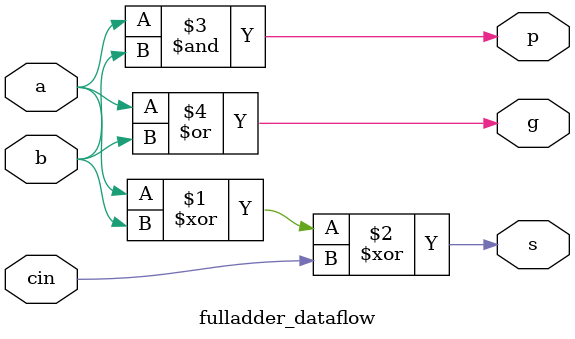
<source format=v>
`timescale 1ns / 1ps


module fulladder_dataflow(
    input a, b, cin,
    output s, p, g
);

parameter AND_DELAY = 2;
parameter OR_DELAY = 2;
parameter XOR_DELAY = 2;

xor #(XOR_DELAY) x_or (s, a, b, cin);
and #(AND_DELAY) a_nd (p, a, b);
or  #(OR_DELAY)  o_r  (g, a, b);

endmodule
</source>
